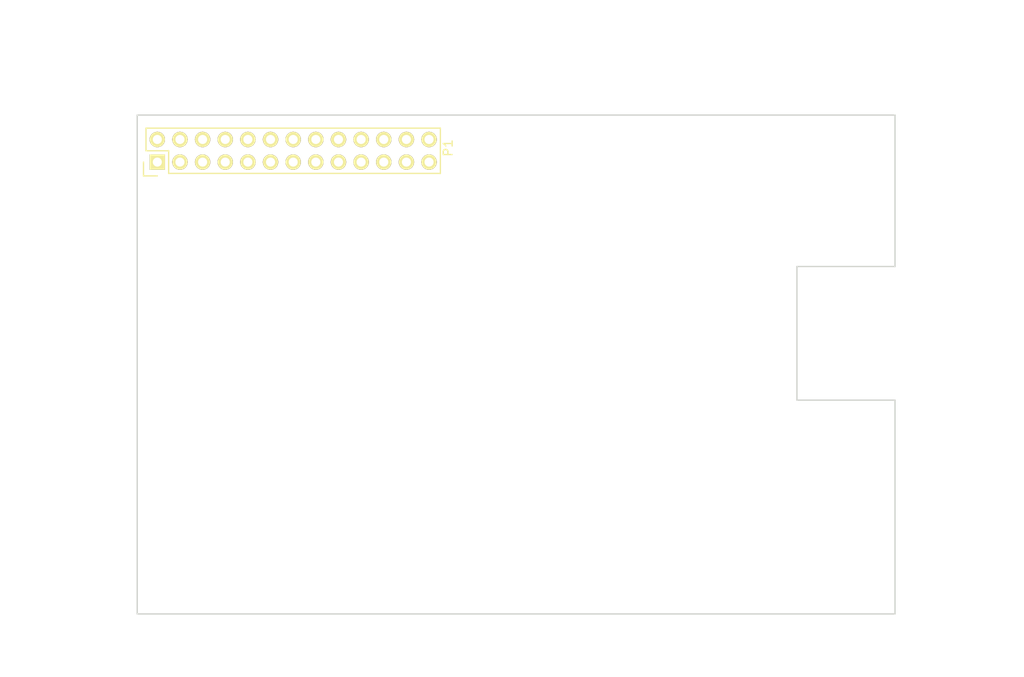
<source format=kicad_pcb>
(kicad_pcb (version 4) (host pcbnew 4.0.5)

  (general
    (links 0)
    (no_connects 0)
    (area 143.424999 124.924999 228.575001 181.075001)
    (thickness 1.6)
    (drawings 41)
    (tracks 0)
    (zones 0)
    (modules 1)
    (nets 27)
  )

  (page A3)
  (title_block
    (date "15 nov 2012")
  )

  (layers
    (0 F.Cu signal)
    (31 B.Cu signal)
    (32 B.Adhes user)
    (33 F.Adhes user)
    (34 B.Paste user)
    (35 F.Paste user)
    (36 B.SilkS user)
    (37 F.SilkS user)
    (38 B.Mask user)
    (39 F.Mask user)
    (40 Dwgs.User user)
    (41 Cmts.User user)
    (42 Eco1.User user)
    (43 Eco2.User user)
    (44 Edge.Cuts user)
  )

  (setup
    (last_trace_width 0.2)
    (trace_clearance 0.2)
    (zone_clearance 0.508)
    (zone_45_only no)
    (trace_min 0.1524)
    (segment_width 0.2)
    (edge_width 0.15)
    (via_size 0.9)
    (via_drill 0.6)
    (via_min_size 0.8)
    (via_min_drill 0.5)
    (uvia_size 0.5)
    (uvia_drill 0.1)
    (uvias_allowed no)
    (uvia_min_size 0.5)
    (uvia_min_drill 0.1)
    (pcb_text_width 0.3)
    (pcb_text_size 1 1)
    (mod_edge_width 0.15)
    (mod_text_size 1 1)
    (mod_text_width 0.15)
    (pad_size 1 1)
    (pad_drill 0.6)
    (pad_to_mask_clearance 0)
    (aux_axis_origin 143.5 181)
    (visible_elements 7FFFFFFF)
    (pcbplotparams
      (layerselection 0x00030_80000001)
      (usegerberextensions true)
      (excludeedgelayer true)
      (linewidth 0.150000)
      (plotframeref false)
      (viasonmask false)
      (mode 1)
      (useauxorigin false)
      (hpglpennumber 1)
      (hpglpenspeed 20)
      (hpglpendiameter 15)
      (hpglpenoverlay 2)
      (psnegative false)
      (psa4output false)
      (plotreference true)
      (plotvalue true)
      (plotinvisibletext false)
      (padsonsilk false)
      (subtractmaskfromsilk false)
      (outputformat 1)
      (mirror false)
      (drillshape 1)
      (scaleselection 1)
      (outputdirectory ""))
  )

  (net 0 "")
  (net 1 +5V)
  (net 2 GND)
  (net 3 +3V3)
  (net 4 "/GPIO0(SDA)")
  (net 5 "Net-(P1-Pad4)")
  (net 6 "/GPIO1(SCL)")
  (net 7 /GPIO4)
  (net 8 /TXD)
  (net 9 "Net-(P1-Pad9)")
  (net 10 /RXD)
  (net 11 /GPIO17)
  (net 12 /GPIO18)
  (net 13 /GPIO21)
  (net 14 "Net-(P1-Pad14)")
  (net 15 /GPIO22)
  (net 16 /GPIO23)
  (net 17 "Net-(P1-Pad17)")
  (net 18 /GPIO24)
  (net 19 "/GPIO10(MOSI)")
  (net 20 "Net-(P1-Pad20)")
  (net 21 "/GPIO9(MISO)")
  (net 22 /GPIO25)
  (net 23 "/GPIO11(SCLK)")
  (net 24 "/GPIO8(CE0)")
  (net 25 "Net-(P1-Pad25)")
  (net 26 "/GPIO7(CE1)")

  (net_class Default "This is the default net class."
    (clearance 0.2)
    (trace_width 0.2)
    (via_dia 0.9)
    (via_drill 0.6)
    (uvia_dia 0.5)
    (uvia_drill 0.1)
    (add_net +3V3)
    (add_net +5V)
    (add_net "/GPIO0(SDA)")
    (add_net "/GPIO1(SCL)")
    (add_net "/GPIO10(MOSI)")
    (add_net "/GPIO11(SCLK)")
    (add_net /GPIO17)
    (add_net /GPIO18)
    (add_net /GPIO21)
    (add_net /GPIO22)
    (add_net /GPIO23)
    (add_net /GPIO24)
    (add_net /GPIO25)
    (add_net /GPIO4)
    (add_net "/GPIO7(CE1)")
    (add_net "/GPIO8(CE0)")
    (add_net "/GPIO9(MISO)")
    (add_net /RXD)
    (add_net /TXD)
    (add_net GND)
    (add_net "Net-(P1-Pad14)")
    (add_net "Net-(P1-Pad17)")
    (add_net "Net-(P1-Pad20)")
    (add_net "Net-(P1-Pad25)")
    (add_net "Net-(P1-Pad4)")
    (add_net "Net-(P1-Pad9)")
  )

  (net_class Power ""
    (clearance 0.2)
    (trace_width 0.5)
    (via_dia 1)
    (via_drill 0.7)
    (uvia_dia 0.5)
    (uvia_drill 0.1)
  )

  (module Pin_Headers:Pin_Header_Straight_2x13 locked (layer F.Cu) (tedit 584FB37B) (tstamp 584FB325)
    (at 145.75536 130.27914 90)
    (descr "Through hole pin header")
    (tags "pin header")
    (path /50A55ABA)
    (fp_text reference P1 (at 1.5875 32.6136 90) (layer F.SilkS)
      (effects (font (size 1 1) (thickness 0.15)))
    )
    (fp_text value CONN_13X2 (at -2.37998 16.29664 180) (layer F.Fab)
      (effects (font (size 1 1) (thickness 0.15)))
    )
    (fp_line (start -1.75 -1.75) (end -1.75 32.25) (layer F.CrtYd) (width 0.05))
    (fp_line (start 4.3 -1.75) (end 4.3 32.25) (layer F.CrtYd) (width 0.05))
    (fp_line (start -1.75 -1.75) (end 4.3 -1.75) (layer F.CrtYd) (width 0.05))
    (fp_line (start -1.75 32.25) (end 4.3 32.25) (layer F.CrtYd) (width 0.05))
    (fp_line (start 3.81 -1.27) (end 3.81 31.75) (layer F.SilkS) (width 0.15))
    (fp_line (start -1.27 1.27) (end -1.27 31.75) (layer F.SilkS) (width 0.15))
    (fp_line (start 3.81 31.75) (end -1.27 31.75) (layer F.SilkS) (width 0.15))
    (fp_line (start 3.81 -1.27) (end 1.27 -1.27) (layer F.SilkS) (width 0.15))
    (fp_line (start 0 -1.55) (end -1.55 -1.55) (layer F.SilkS) (width 0.15))
    (fp_line (start 1.27 -1.27) (end 1.27 1.27) (layer F.SilkS) (width 0.15))
    (fp_line (start 1.27 1.27) (end -1.27 1.27) (layer F.SilkS) (width 0.15))
    (fp_line (start -1.55 -1.55) (end -1.55 0) (layer F.SilkS) (width 0.15))
    (pad 1 thru_hole rect (at 0 0 90) (size 1.7272 1.7272) (drill 1.016) (layers *.Cu *.Mask F.SilkS)
      (net 3 +3V3))
    (pad 2 thru_hole oval (at 2.54 0 90) (size 1.7272 1.7272) (drill 1.016) (layers *.Cu *.Mask F.SilkS)
      (net 1 +5V))
    (pad 3 thru_hole oval (at 0 2.54 90) (size 1.7272 1.7272) (drill 1.016) (layers *.Cu *.Mask F.SilkS)
      (net 4 "/GPIO0(SDA)"))
    (pad 4 thru_hole oval (at 2.54 2.54 90) (size 1.7272 1.7272) (drill 1.016) (layers *.Cu *.Mask F.SilkS)
      (net 5 "Net-(P1-Pad4)"))
    (pad 5 thru_hole oval (at 0 5.08 90) (size 1.7272 1.7272) (drill 1.016) (layers *.Cu *.Mask F.SilkS)
      (net 6 "/GPIO1(SCL)"))
    (pad 6 thru_hole oval (at 2.54 5.08 90) (size 1.7272 1.7272) (drill 1.016) (layers *.Cu *.Mask F.SilkS)
      (net 2 GND))
    (pad 7 thru_hole oval (at 0 7.62 90) (size 1.7272 1.7272) (drill 1.016) (layers *.Cu *.Mask F.SilkS)
      (net 7 /GPIO4))
    (pad 8 thru_hole oval (at 2.54 7.62 90) (size 1.7272 1.7272) (drill 1.016) (layers *.Cu *.Mask F.SilkS)
      (net 8 /TXD))
    (pad 9 thru_hole oval (at 0 10.16 90) (size 1.7272 1.7272) (drill 1.016) (layers *.Cu *.Mask F.SilkS)
      (net 9 "Net-(P1-Pad9)"))
    (pad 10 thru_hole oval (at 2.54 10.16 90) (size 1.7272 1.7272) (drill 1.016) (layers *.Cu *.Mask F.SilkS)
      (net 10 /RXD))
    (pad 11 thru_hole oval (at 0 12.7 90) (size 1.7272 1.7272) (drill 1.016) (layers *.Cu *.Mask F.SilkS)
      (net 11 /GPIO17))
    (pad 12 thru_hole oval (at 2.54 12.7 90) (size 1.7272 1.7272) (drill 1.016) (layers *.Cu *.Mask F.SilkS)
      (net 12 /GPIO18))
    (pad 13 thru_hole oval (at 0 15.24 90) (size 1.7272 1.7272) (drill 1.016) (layers *.Cu *.Mask F.SilkS)
      (net 13 /GPIO21))
    (pad 14 thru_hole oval (at 2.54 15.24 90) (size 1.7272 1.7272) (drill 1.016) (layers *.Cu *.Mask F.SilkS)
      (net 14 "Net-(P1-Pad14)"))
    (pad 15 thru_hole oval (at 0 17.78 90) (size 1.7272 1.7272) (drill 1.016) (layers *.Cu *.Mask F.SilkS)
      (net 15 /GPIO22))
    (pad 16 thru_hole oval (at 2.54 17.78 90) (size 1.7272 1.7272) (drill 1.016) (layers *.Cu *.Mask F.SilkS)
      (net 16 /GPIO23))
    (pad 17 thru_hole oval (at 0 20.32 90) (size 1.7272 1.7272) (drill 1.016) (layers *.Cu *.Mask F.SilkS)
      (net 17 "Net-(P1-Pad17)"))
    (pad 18 thru_hole oval (at 2.54 20.32 90) (size 1.7272 1.7272) (drill 1.016) (layers *.Cu *.Mask F.SilkS)
      (net 18 /GPIO24))
    (pad 19 thru_hole oval (at 0 22.86 90) (size 1.7272 1.7272) (drill 1.016) (layers *.Cu *.Mask F.SilkS)
      (net 19 "/GPIO10(MOSI)"))
    (pad 20 thru_hole oval (at 2.54 22.86 90) (size 1.7272 1.7272) (drill 1.016) (layers *.Cu *.Mask F.SilkS)
      (net 20 "Net-(P1-Pad20)"))
    (pad 21 thru_hole oval (at 0 25.4 90) (size 1.7272 1.7272) (drill 1.016) (layers *.Cu *.Mask F.SilkS)
      (net 21 "/GPIO9(MISO)"))
    (pad 22 thru_hole oval (at 2.54 25.4 90) (size 1.7272 1.7272) (drill 1.016) (layers *.Cu *.Mask F.SilkS)
      (net 22 /GPIO25))
    (pad 23 thru_hole oval (at 0 27.94 90) (size 1.7272 1.7272) (drill 1.016) (layers *.Cu *.Mask F.SilkS)
      (net 23 "/GPIO11(SCLK)"))
    (pad 24 thru_hole oval (at 2.54 27.94 90) (size 1.7272 1.7272) (drill 1.016) (layers *.Cu *.Mask F.SilkS)
      (net 24 "/GPIO8(CE0)"))
    (pad 25 thru_hole oval (at 0 30.48 90) (size 1.7272 1.7272) (drill 1.016) (layers *.Cu *.Mask F.SilkS)
      (net 25 "Net-(P1-Pad25)"))
    (pad 26 thru_hole oval (at 2.54 30.48 90) (size 1.7272 1.7272) (drill 1.016) (layers *.Cu *.Mask F.SilkS)
      (net 26 "/GPIO7(CE1)"))
    (model Pin_Headers.3dshapes/Pin_Header_Straight_2x13.wrl
      (at (xyz 0.05 -0.6 0))
      (scale (xyz 1 1 1))
      (rotate (xyz 0 0 90))
    )
  )

  (gr_text "RASPBERRY-PI ADDON BOARD\nVIEW FROM TOP\nNOTE: P1 SHOULD BE FITTED ON THE REVERSE OF THE BOARD" (at 144 183.5) (layer Dwgs.User)
    (effects (font (size 2 1.7) (thickness 0.12)) (justify left))
  )
  (dimension 56 (width 0.12) (layer Dwgs.User)
    (gr_text "56.000 mm" (at 132 153 90) (layer Dwgs.User)
      (effects (font (size 1 1) (thickness 0.12)))
    )
    (feature1 (pts (xy 143.5 125) (xy 131 125)))
    (feature2 (pts (xy 143.5 181) (xy 131 181)))
    (crossbar (pts (xy 133 181) (xy 133 125)))
    (arrow1a (pts (xy 133 125) (xy 133.58642 126.126503)))
    (arrow1b (pts (xy 133 125) (xy 132.41358 126.126503)))
    (arrow2a (pts (xy 133 181) (xy 133.58642 179.873497)))
    (arrow2b (pts (xy 133 181) (xy 132.41358 179.873497)))
  )
  (dimension 85 (width 0.12) (layer Dwgs.User)
    (gr_text "85.000 mm" (at 186 113.000001) (layer Dwgs.User)
      (effects (font (size 1 1) (thickness 0.12)))
    )
    (feature1 (pts (xy 228.5 125) (xy 228.5 112.000001)))
    (feature2 (pts (xy 143.5 125) (xy 143.5 112.000001)))
    (crossbar (pts (xy 143.5 114.000001) (xy 228.5 114.000001)))
    (arrow1a (pts (xy 228.5 114.000001) (xy 227.373497 114.586421)))
    (arrow1b (pts (xy 228.5 114.000001) (xy 227.373497 113.413581)))
    (arrow2a (pts (xy 143.5 114.000001) (xy 144.626503 114.586421)))
    (arrow2b (pts (xy 143.5 114.000001) (xy 144.626503 113.413581)))
  )
  (gr_text "RCA\nREMOVE WITH\nSTD HEADERS\n!NO TH ABOVE!" (at 188.5 118) (layer Dwgs.User)
    (effects (font (size 1 1) (thickness 0.12)))
  )
  (gr_text "1/8\" JACK\nOK WITH STD\nHEADERS\n!NO TH ABOVE!" (at 207.5 118) (layer Dwgs.User)
    (effects (font (size 1 1) (thickness 0.12)))
  )
  (gr_line (start 228.5 142) (end 228.5 125) (angle 90) (layer Edge.Cuts) (width 0.15))
  (gr_line (start 217.5 142) (end 228.5 142) (angle 90) (layer Edge.Cuts) (width 0.15))
  (gr_line (start 217.5 157) (end 217.5 142) (angle 90) (layer Edge.Cuts) (width 0.15))
  (gr_line (start 228.5 157) (end 217.5 157) (angle 90) (layer Edge.Cuts) (width 0.15))
  (gr_line (start 228.5 181) (end 228.5 157) (angle 90) (layer Edge.Cuts) (width 0.15))
  (gr_text "DOUBLE USB\nCUTOUT FOR ALL\nBOARDS" (at 236.5 149) (layer Dwgs.User)
    (effects (font (size 1 1) (thickness 0.12)))
  )
  (gr_text "RJ45\nCUTOUT FOR STD\nHEADERS\n!NO TH ABOVE!" (at 236.5 170) (layer Dwgs.User)
    (effects (font (size 1 1) (thickness 0.12)))
  )
  (gr_line (start 207.5 181) (end 228.5 162) (angle 90) (layer Dwgs.User) (width 0.2))
  (gr_line (start 207.5 162) (end 228.5 181) (angle 90) (layer Dwgs.User) (width 0.2))
  (gr_line (start 207.5 162) (end 228.5 162) (angle 90) (layer Dwgs.User) (width 0.2))
  (gr_line (start 207.5 181) (end 207.5 162) (angle 90) (layer Dwgs.User) (width 0.2))
  (gr_line (start 228.5 181) (end 207.5 181) (angle 90) (layer Dwgs.User) (width 0.2))
  (gr_line (start 228.5 162) (end 228.5 181) (angle 90) (layer Dwgs.User) (width 0.2))
  (gr_line (start 217.5 157) (end 228.5 142) (angle 90) (layer Dwgs.User) (width 0.2))
  (gr_line (start 217.5 142) (end 228.5 157) (angle 90) (layer Dwgs.User) (width 0.2))
  (gr_line (start 217.5 142) (end 228.5 142) (angle 90) (layer Dwgs.User) (width 0.2))
  (gr_line (start 217.5 157) (end 217.5 142) (angle 90) (layer Dwgs.User) (width 0.2))
  (gr_line (start 228.5 157) (end 217.5 157) (angle 90) (layer Dwgs.User) (width 0.2))
  (gr_line (start 228.5 142) (end 228.5 157) (angle 90) (layer Dwgs.User) (width 0.2))
  (gr_line (start 182.5 125) (end 194.5 139) (angle 90) (layer Dwgs.User) (width 0.2))
  (gr_line (start 182.5 139) (end 194.5 125) (angle 90) (layer Dwgs.User) (width 0.2))
  (gr_line (start 194.5 139) (end 194.5 138) (angle 90) (layer Dwgs.User) (width 0.2))
  (gr_line (start 182.5 139) (end 194.5 139) (angle 90) (layer Dwgs.User) (width 0.2))
  (gr_line (start 182.5 138) (end 182.5 139) (angle 90) (layer Dwgs.User) (width 0.2))
  (gr_line (start 214.5 125) (end 200.5 138) (angle 90) (layer Dwgs.User) (width 0.2))
  (gr_line (start 200.5 125) (end 214.5 138) (angle 90) (layer Dwgs.User) (width 0.2))
  (gr_line (start 200.5 138) (end 200.5 125) (angle 90) (layer Dwgs.User) (width 0.2))
  (gr_line (start 214.5 138) (end 200.5 138) (angle 90) (layer Dwgs.User) (width 0.2))
  (gr_line (start 214.5 125) (end 214.5 138) (angle 90) (layer Dwgs.User) (width 0.2))
  (gr_line (start 200.5 125) (end 214.5 125) (angle 90) (layer Dwgs.User) (width 0.2))
  (gr_line (start 194.5 125) (end 182.5 125) (angle 90) (layer Dwgs.User) (width 0.2))
  (gr_line (start 194.5 138) (end 194.5 125) (angle 90) (layer Dwgs.User) (width 0.2))
  (gr_line (start 182.5 125) (end 182.5 138) (angle 90) (layer Dwgs.User) (width 0.2))
  (gr_line (start 228.5 125) (end 143.5 125) (angle 90) (layer Edge.Cuts) (width 0.15))
  (gr_line (start 143.5 181) (end 228.5 181) (angle 90) (layer Edge.Cuts) (width 0.15))
  (gr_line (start 143.5 125) (end 143.5 181) (angle 90) (layer Edge.Cuts) (width 0.15))

)

</source>
